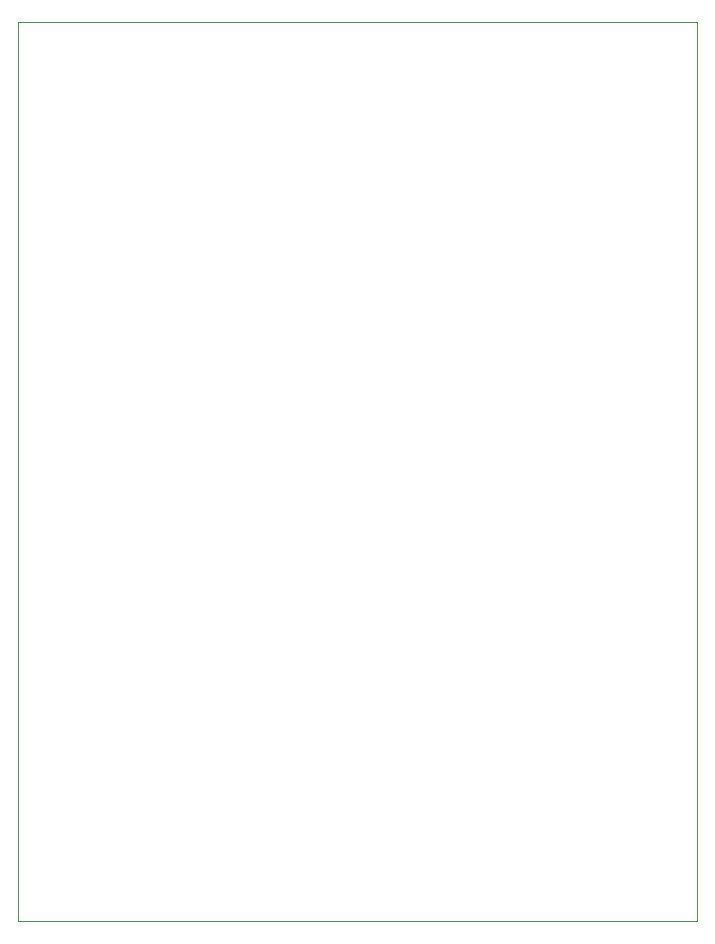
<source format=gbr>
%TF.GenerationSoftware,KiCad,Pcbnew,(7.0.0)*%
%TF.CreationDate,2023-06-01T22:42:06-06:00*%
%TF.ProjectId,STM32F4_lightsaber_shield,53544d33-3246-4345-9f6c-696768747361,rev?*%
%TF.SameCoordinates,Original*%
%TF.FileFunction,Profile,NP*%
%FSLAX46Y46*%
G04 Gerber Fmt 4.6, Leading zero omitted, Abs format (unit mm)*
G04 Created by KiCad (PCBNEW (7.0.0)) date 2023-06-01 22:42:06*
%MOMM*%
%LPD*%
G01*
G04 APERTURE LIST*
%TA.AperFunction,Profile*%
%ADD10C,0.100000*%
%TD*%
G04 APERTURE END LIST*
D10*
X82677000Y-32639000D02*
X140208000Y-32639000D01*
X140208000Y-32639000D02*
X140208000Y-108712000D01*
X140208000Y-108712000D02*
X82677000Y-108712000D01*
X82677000Y-108712000D02*
X82677000Y-32639000D01*
M02*

</source>
